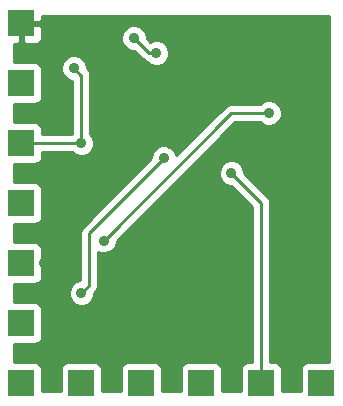
<source format=gbl>
G04 #@! TF.FileFunction,Copper,L2,Bot,Signal*
%FSLAX46Y46*%
G04 Gerber Fmt 4.6, Leading zero omitted, Abs format (unit mm)*
G04 Created by KiCad (PCBNEW 0.201412131231+5320~19~ubuntu14.04.1-product) date Mon 15 Dec 2014 13:13:02 AEDT*
%MOMM*%
G01*
G04 APERTURE LIST*
%ADD10C,0.100000*%
%ADD11R,2.235200X2.235200*%
%ADD12C,0.889000*%
%ADD13C,0.254000*%
G04 APERTURE END LIST*
D10*
D11*
X125095000Y-101600000D03*
X150495000Y-127000000D03*
X125095000Y-96520000D03*
X130175000Y-127000000D03*
X135255000Y-127000000D03*
X140335000Y-127000000D03*
X125095000Y-116840000D03*
X125095000Y-106680000D03*
X125095000Y-111760000D03*
X125095000Y-127000000D03*
X125095000Y-121920000D03*
X145415000Y-127000000D03*
D12*
X146050000Y-104140000D03*
X132080000Y-114935000D03*
X142875000Y-109220000D03*
X129540000Y-100330000D03*
X130175000Y-106680000D03*
X130175000Y-119380000D03*
X137160000Y-107950000D03*
X136525000Y-99060000D03*
X134620000Y-97790000D03*
X138430000Y-120650000D03*
X137160000Y-114935000D03*
X132715000Y-110490000D03*
X135255000Y-105410000D03*
X147955000Y-111125000D03*
X149860000Y-123825000D03*
X146685000Y-123190000D03*
X144145000Y-122555000D03*
X140335000Y-122555000D03*
X127000000Y-116840000D03*
X133985000Y-99060000D03*
X130175000Y-96520000D03*
X135255000Y-102870000D03*
D13*
X142875000Y-104140000D02*
X146050000Y-104140000D01*
X132080000Y-114935000D02*
X142875000Y-104140000D01*
X145415000Y-111760000D02*
X145415000Y-127000000D01*
X142875000Y-109220000D02*
X145415000Y-111760000D01*
X130175000Y-100965000D02*
X130175000Y-106680000D01*
X129540000Y-100330000D02*
X130175000Y-100965000D01*
X130175000Y-106680000D02*
X125095000Y-106680000D01*
X130810000Y-118745000D02*
X130175000Y-119380000D01*
X130810000Y-114300000D02*
X130810000Y-118745000D01*
X137160000Y-107950000D02*
X130810000Y-114300000D01*
X135890000Y-99060000D02*
X136525000Y-99060000D01*
X134620000Y-97790000D02*
X135890000Y-99060000D01*
X138430000Y-116205000D02*
X138430000Y-120650000D01*
X137160000Y-114935000D02*
X138430000Y-116205000D01*
X132715000Y-107950000D02*
X132715000Y-110490000D01*
X135255000Y-105410000D02*
X132715000Y-107950000D01*
X146685000Y-123190000D02*
X146685000Y-113665000D01*
X147955000Y-112395000D02*
X147955000Y-111125000D01*
X146685000Y-113665000D02*
X147955000Y-112395000D01*
X147320000Y-123825000D02*
X149860000Y-123825000D01*
X146685000Y-123190000D02*
X147320000Y-123825000D01*
X140335000Y-122555000D02*
X144145000Y-122555000D01*
X129540000Y-122555000D02*
X140335000Y-122555000D01*
X128270000Y-121285000D02*
X129540000Y-122555000D01*
X128270000Y-118110000D02*
X128270000Y-121285000D01*
X127000000Y-116840000D02*
X128270000Y-118110000D01*
X130810000Y-98425000D02*
X133350000Y-98425000D01*
X133350000Y-98425000D02*
X133985000Y-99060000D01*
X128905000Y-96520000D02*
X130175000Y-96520000D01*
X128905000Y-96520000D02*
X125095000Y-96520000D01*
X135255000Y-102870000D02*
X130810000Y-98425000D01*
X130810000Y-98425000D02*
X128905000Y-96520000D01*
G36*
X151125000Y-125234960D02*
X149377400Y-125234960D01*
X149135277Y-125281937D01*
X148922473Y-125421727D01*
X148780023Y-125632760D01*
X148729960Y-125882400D01*
X148729960Y-127630000D01*
X147180040Y-127630000D01*
X147180040Y-125882400D01*
X147133063Y-125640277D01*
X147129687Y-125635137D01*
X147129687Y-103926216D01*
X146965689Y-103529311D01*
X146662286Y-103225378D01*
X146265668Y-103060687D01*
X145836216Y-103060313D01*
X145439311Y-103224311D01*
X145285353Y-103378000D01*
X142875000Y-103378000D01*
X142583395Y-103436004D01*
X142336184Y-103601185D01*
X138228420Y-107708948D01*
X138075689Y-107339311D01*
X137772286Y-107035378D01*
X137604687Y-106965784D01*
X137604687Y-98846216D01*
X137440689Y-98449311D01*
X137137286Y-98145378D01*
X136740668Y-97980687D01*
X136311216Y-97980313D01*
X136011700Y-98104070D01*
X135699499Y-97791868D01*
X135699687Y-97576216D01*
X135535689Y-97179311D01*
X135232286Y-96875378D01*
X134835668Y-96710687D01*
X134406216Y-96710313D01*
X134009311Y-96874311D01*
X133705378Y-97177714D01*
X133540687Y-97574332D01*
X133540313Y-98003784D01*
X133704311Y-98400689D01*
X134007714Y-98704622D01*
X134404332Y-98869313D01*
X134621872Y-98869502D01*
X135351184Y-99598815D01*
X135351185Y-99598815D01*
X135598395Y-99763996D01*
X135728237Y-99789823D01*
X135912714Y-99974622D01*
X136309332Y-100139313D01*
X136738784Y-100139687D01*
X137135689Y-99975689D01*
X137439622Y-99672286D01*
X137604313Y-99275668D01*
X137604687Y-98846216D01*
X137604687Y-106965784D01*
X137375668Y-106870687D01*
X136946216Y-106870313D01*
X136549311Y-107034311D01*
X136245378Y-107337714D01*
X136080687Y-107734332D01*
X136080497Y-107951872D01*
X130271185Y-113761185D01*
X130106004Y-114008395D01*
X130048000Y-114300000D01*
X130048000Y-118300388D01*
X129961216Y-118300313D01*
X129564311Y-118464311D01*
X129260378Y-118767714D01*
X129095687Y-119164332D01*
X129095313Y-119593784D01*
X129259311Y-119990689D01*
X129562714Y-120294622D01*
X129959332Y-120459313D01*
X130388784Y-120459687D01*
X130785689Y-120295689D01*
X131089622Y-119992286D01*
X131254313Y-119595668D01*
X131254502Y-119378128D01*
X131348815Y-119283815D01*
X131348816Y-119283815D01*
X131447834Y-119135623D01*
X131513996Y-119036605D01*
X131513996Y-119036604D01*
X131572000Y-118745000D01*
X131572000Y-115892925D01*
X131864332Y-116014313D01*
X132293784Y-116014687D01*
X132690689Y-115850689D01*
X132994622Y-115547286D01*
X133159313Y-115150668D01*
X133159502Y-114933127D01*
X143190630Y-104902000D01*
X145285358Y-104902000D01*
X145437714Y-105054622D01*
X145834332Y-105219313D01*
X146263784Y-105219687D01*
X146660689Y-105055689D01*
X146964622Y-104752286D01*
X147129313Y-104355668D01*
X147129687Y-103926216D01*
X147129687Y-125635137D01*
X146993273Y-125427473D01*
X146782240Y-125285023D01*
X146532600Y-125234960D01*
X146177000Y-125234960D01*
X146177000Y-111760000D01*
X146118996Y-111468395D01*
X145953815Y-111221185D01*
X145953815Y-111221184D01*
X143954499Y-109221868D01*
X143954687Y-109006216D01*
X143790689Y-108609311D01*
X143487286Y-108305378D01*
X143090668Y-108140687D01*
X142661216Y-108140313D01*
X142264311Y-108304311D01*
X141960378Y-108607714D01*
X141795687Y-109004332D01*
X141795313Y-109433784D01*
X141959311Y-109830689D01*
X142262714Y-110134622D01*
X142659332Y-110299313D01*
X142876872Y-110299502D01*
X144653000Y-112075630D01*
X144653000Y-125234960D01*
X144297400Y-125234960D01*
X144055277Y-125281937D01*
X143842473Y-125421727D01*
X143700023Y-125632760D01*
X143649960Y-125882400D01*
X143649960Y-127630000D01*
X142100040Y-127630000D01*
X142100040Y-125882400D01*
X142053063Y-125640277D01*
X141913273Y-125427473D01*
X141702240Y-125285023D01*
X141452600Y-125234960D01*
X139217400Y-125234960D01*
X138975277Y-125281937D01*
X138762473Y-125421727D01*
X138620023Y-125632760D01*
X138569960Y-125882400D01*
X138569960Y-127630000D01*
X137020040Y-127630000D01*
X137020040Y-125882400D01*
X136973063Y-125640277D01*
X136833273Y-125427473D01*
X136622240Y-125285023D01*
X136372600Y-125234960D01*
X134137400Y-125234960D01*
X133895277Y-125281937D01*
X133682473Y-125421727D01*
X133540023Y-125632760D01*
X133489960Y-125882400D01*
X133489960Y-127630000D01*
X131940040Y-127630000D01*
X131940040Y-125882400D01*
X131893063Y-125640277D01*
X131753273Y-125427473D01*
X131542240Y-125285023D01*
X131292600Y-125234960D01*
X129057400Y-125234960D01*
X128815277Y-125281937D01*
X128602473Y-125421727D01*
X128460023Y-125632760D01*
X128409960Y-125882400D01*
X128409960Y-127630000D01*
X126860040Y-127630000D01*
X126860040Y-125882400D01*
X126813063Y-125640277D01*
X126673273Y-125427473D01*
X126462240Y-125285023D01*
X126212600Y-125234960D01*
X124465000Y-125234960D01*
X124465000Y-123685040D01*
X126212600Y-123685040D01*
X126454723Y-123638063D01*
X126667527Y-123498273D01*
X126809977Y-123287240D01*
X126860040Y-123037600D01*
X126860040Y-120802400D01*
X126813063Y-120560277D01*
X126673273Y-120347473D01*
X126462240Y-120205023D01*
X126212600Y-120154960D01*
X124465000Y-120154960D01*
X124465000Y-118605040D01*
X126212600Y-118605040D01*
X126454723Y-118558063D01*
X126667527Y-118418273D01*
X126809977Y-118207240D01*
X126860040Y-117957600D01*
X126860040Y-115722400D01*
X126813063Y-115480277D01*
X126673273Y-115267473D01*
X126462240Y-115125023D01*
X126212600Y-115074960D01*
X124465000Y-115074960D01*
X124465000Y-113525040D01*
X126212600Y-113525040D01*
X126454723Y-113478063D01*
X126667527Y-113338273D01*
X126809977Y-113127240D01*
X126860040Y-112877600D01*
X126860040Y-110642400D01*
X126813063Y-110400277D01*
X126673273Y-110187473D01*
X126462240Y-110045023D01*
X126212600Y-109994960D01*
X124465000Y-109994960D01*
X124465000Y-108445040D01*
X126212600Y-108445040D01*
X126454723Y-108398063D01*
X126667527Y-108258273D01*
X126809977Y-108047240D01*
X126860040Y-107797600D01*
X126860040Y-107442000D01*
X129410358Y-107442000D01*
X129562714Y-107594622D01*
X129959332Y-107759313D01*
X130388784Y-107759687D01*
X130785689Y-107595689D01*
X131089622Y-107292286D01*
X131254313Y-106895668D01*
X131254687Y-106466216D01*
X131090689Y-106069311D01*
X130937000Y-105915353D01*
X130937000Y-100965000D01*
X130878996Y-100673396D01*
X130878996Y-100673395D01*
X130812834Y-100574376D01*
X130713816Y-100426185D01*
X130619499Y-100331868D01*
X130619687Y-100116216D01*
X130455689Y-99719311D01*
X130152286Y-99415378D01*
X129755668Y-99250687D01*
X129326216Y-99250313D01*
X128929311Y-99414311D01*
X128625378Y-99717714D01*
X128460687Y-100114332D01*
X128460313Y-100543784D01*
X128624311Y-100940689D01*
X128927714Y-101244622D01*
X129324332Y-101409313D01*
X129413000Y-101409390D01*
X129413000Y-105915358D01*
X129410353Y-105918000D01*
X126860040Y-105918000D01*
X126860040Y-105562400D01*
X126813063Y-105320277D01*
X126673273Y-105107473D01*
X126462240Y-104965023D01*
X126212600Y-104914960D01*
X124465000Y-104914960D01*
X124465000Y-103365040D01*
X126212600Y-103365040D01*
X126454723Y-103318063D01*
X126667527Y-103178273D01*
X126809977Y-102967240D01*
X126860040Y-102717600D01*
X126860040Y-100482400D01*
X126847600Y-100418283D01*
X126847600Y-97763910D01*
X126847600Y-97511291D01*
X126847600Y-96805750D01*
X126688850Y-96647000D01*
X125222000Y-96647000D01*
X125222000Y-98113850D01*
X125380750Y-98272600D01*
X126338909Y-98272600D01*
X126572298Y-98175927D01*
X126750927Y-97997299D01*
X126847600Y-97763910D01*
X126847600Y-100418283D01*
X126813063Y-100240277D01*
X126673273Y-100027473D01*
X126462240Y-99885023D01*
X126212600Y-99834960D01*
X124465000Y-99834960D01*
X124465000Y-98272600D01*
X124809250Y-98272600D01*
X124968000Y-98113850D01*
X124968000Y-96647000D01*
X124948000Y-96647000D01*
X124948000Y-96393000D01*
X124968000Y-96393000D01*
X124968000Y-96373000D01*
X125222000Y-96373000D01*
X125222000Y-96393000D01*
X126688850Y-96393000D01*
X126847600Y-96234250D01*
X126847600Y-95890000D01*
X151125000Y-95890000D01*
X151125000Y-125234960D01*
X151125000Y-125234960D01*
G37*
X151125000Y-125234960D02*
X149377400Y-125234960D01*
X149135277Y-125281937D01*
X148922473Y-125421727D01*
X148780023Y-125632760D01*
X148729960Y-125882400D01*
X148729960Y-127630000D01*
X147180040Y-127630000D01*
X147180040Y-125882400D01*
X147133063Y-125640277D01*
X147129687Y-125635137D01*
X147129687Y-103926216D01*
X146965689Y-103529311D01*
X146662286Y-103225378D01*
X146265668Y-103060687D01*
X145836216Y-103060313D01*
X145439311Y-103224311D01*
X145285353Y-103378000D01*
X142875000Y-103378000D01*
X142583395Y-103436004D01*
X142336184Y-103601185D01*
X138228420Y-107708948D01*
X138075689Y-107339311D01*
X137772286Y-107035378D01*
X137604687Y-106965784D01*
X137604687Y-98846216D01*
X137440689Y-98449311D01*
X137137286Y-98145378D01*
X136740668Y-97980687D01*
X136311216Y-97980313D01*
X136011700Y-98104070D01*
X135699499Y-97791868D01*
X135699687Y-97576216D01*
X135535689Y-97179311D01*
X135232286Y-96875378D01*
X134835668Y-96710687D01*
X134406216Y-96710313D01*
X134009311Y-96874311D01*
X133705378Y-97177714D01*
X133540687Y-97574332D01*
X133540313Y-98003784D01*
X133704311Y-98400689D01*
X134007714Y-98704622D01*
X134404332Y-98869313D01*
X134621872Y-98869502D01*
X135351184Y-99598815D01*
X135351185Y-99598815D01*
X135598395Y-99763996D01*
X135728237Y-99789823D01*
X135912714Y-99974622D01*
X136309332Y-100139313D01*
X136738784Y-100139687D01*
X137135689Y-99975689D01*
X137439622Y-99672286D01*
X137604313Y-99275668D01*
X137604687Y-98846216D01*
X137604687Y-106965784D01*
X137375668Y-106870687D01*
X136946216Y-106870313D01*
X136549311Y-107034311D01*
X136245378Y-107337714D01*
X136080687Y-107734332D01*
X136080497Y-107951872D01*
X130271185Y-113761185D01*
X130106004Y-114008395D01*
X130048000Y-114300000D01*
X130048000Y-118300388D01*
X129961216Y-118300313D01*
X129564311Y-118464311D01*
X129260378Y-118767714D01*
X129095687Y-119164332D01*
X129095313Y-119593784D01*
X129259311Y-119990689D01*
X129562714Y-120294622D01*
X129959332Y-120459313D01*
X130388784Y-120459687D01*
X130785689Y-120295689D01*
X131089622Y-119992286D01*
X131254313Y-119595668D01*
X131254502Y-119378128D01*
X131348815Y-119283815D01*
X131348816Y-119283815D01*
X131447834Y-119135623D01*
X131513996Y-119036605D01*
X131513996Y-119036604D01*
X131572000Y-118745000D01*
X131572000Y-115892925D01*
X131864332Y-116014313D01*
X132293784Y-116014687D01*
X132690689Y-115850689D01*
X132994622Y-115547286D01*
X133159313Y-115150668D01*
X133159502Y-114933127D01*
X143190630Y-104902000D01*
X145285358Y-104902000D01*
X145437714Y-105054622D01*
X145834332Y-105219313D01*
X146263784Y-105219687D01*
X146660689Y-105055689D01*
X146964622Y-104752286D01*
X147129313Y-104355668D01*
X147129687Y-103926216D01*
X147129687Y-125635137D01*
X146993273Y-125427473D01*
X146782240Y-125285023D01*
X146532600Y-125234960D01*
X146177000Y-125234960D01*
X146177000Y-111760000D01*
X146118996Y-111468395D01*
X145953815Y-111221185D01*
X145953815Y-111221184D01*
X143954499Y-109221868D01*
X143954687Y-109006216D01*
X143790689Y-108609311D01*
X143487286Y-108305378D01*
X143090668Y-108140687D01*
X142661216Y-108140313D01*
X142264311Y-108304311D01*
X141960378Y-108607714D01*
X141795687Y-109004332D01*
X141795313Y-109433784D01*
X141959311Y-109830689D01*
X142262714Y-110134622D01*
X142659332Y-110299313D01*
X142876872Y-110299502D01*
X144653000Y-112075630D01*
X144653000Y-125234960D01*
X144297400Y-125234960D01*
X144055277Y-125281937D01*
X143842473Y-125421727D01*
X143700023Y-125632760D01*
X143649960Y-125882400D01*
X143649960Y-127630000D01*
X142100040Y-127630000D01*
X142100040Y-125882400D01*
X142053063Y-125640277D01*
X141913273Y-125427473D01*
X141702240Y-125285023D01*
X141452600Y-125234960D01*
X139217400Y-125234960D01*
X138975277Y-125281937D01*
X138762473Y-125421727D01*
X138620023Y-125632760D01*
X138569960Y-125882400D01*
X138569960Y-127630000D01*
X137020040Y-127630000D01*
X137020040Y-125882400D01*
X136973063Y-125640277D01*
X136833273Y-125427473D01*
X136622240Y-125285023D01*
X136372600Y-125234960D01*
X134137400Y-125234960D01*
X133895277Y-125281937D01*
X133682473Y-125421727D01*
X133540023Y-125632760D01*
X133489960Y-125882400D01*
X133489960Y-127630000D01*
X131940040Y-127630000D01*
X131940040Y-125882400D01*
X131893063Y-125640277D01*
X131753273Y-125427473D01*
X131542240Y-125285023D01*
X131292600Y-125234960D01*
X129057400Y-125234960D01*
X128815277Y-125281937D01*
X128602473Y-125421727D01*
X128460023Y-125632760D01*
X128409960Y-125882400D01*
X128409960Y-127630000D01*
X126860040Y-127630000D01*
X126860040Y-125882400D01*
X126813063Y-125640277D01*
X126673273Y-125427473D01*
X126462240Y-125285023D01*
X126212600Y-125234960D01*
X124465000Y-125234960D01*
X124465000Y-123685040D01*
X126212600Y-123685040D01*
X126454723Y-123638063D01*
X126667527Y-123498273D01*
X126809977Y-123287240D01*
X126860040Y-123037600D01*
X126860040Y-120802400D01*
X126813063Y-120560277D01*
X126673273Y-120347473D01*
X126462240Y-120205023D01*
X126212600Y-120154960D01*
X124465000Y-120154960D01*
X124465000Y-118605040D01*
X126212600Y-118605040D01*
X126454723Y-118558063D01*
X126667527Y-118418273D01*
X126809977Y-118207240D01*
X126860040Y-117957600D01*
X126860040Y-115722400D01*
X126813063Y-115480277D01*
X126673273Y-115267473D01*
X126462240Y-115125023D01*
X126212600Y-115074960D01*
X124465000Y-115074960D01*
X124465000Y-113525040D01*
X126212600Y-113525040D01*
X126454723Y-113478063D01*
X126667527Y-113338273D01*
X126809977Y-113127240D01*
X126860040Y-112877600D01*
X126860040Y-110642400D01*
X126813063Y-110400277D01*
X126673273Y-110187473D01*
X126462240Y-110045023D01*
X126212600Y-109994960D01*
X124465000Y-109994960D01*
X124465000Y-108445040D01*
X126212600Y-108445040D01*
X126454723Y-108398063D01*
X126667527Y-108258273D01*
X126809977Y-108047240D01*
X126860040Y-107797600D01*
X126860040Y-107442000D01*
X129410358Y-107442000D01*
X129562714Y-107594622D01*
X129959332Y-107759313D01*
X130388784Y-107759687D01*
X130785689Y-107595689D01*
X131089622Y-107292286D01*
X131254313Y-106895668D01*
X131254687Y-106466216D01*
X131090689Y-106069311D01*
X130937000Y-105915353D01*
X130937000Y-100965000D01*
X130878996Y-100673396D01*
X130878996Y-100673395D01*
X130812834Y-100574376D01*
X130713816Y-100426185D01*
X130619499Y-100331868D01*
X130619687Y-100116216D01*
X130455689Y-99719311D01*
X130152286Y-99415378D01*
X129755668Y-99250687D01*
X129326216Y-99250313D01*
X128929311Y-99414311D01*
X128625378Y-99717714D01*
X128460687Y-100114332D01*
X128460313Y-100543784D01*
X128624311Y-100940689D01*
X128927714Y-101244622D01*
X129324332Y-101409313D01*
X129413000Y-101409390D01*
X129413000Y-105915358D01*
X129410353Y-105918000D01*
X126860040Y-105918000D01*
X126860040Y-105562400D01*
X126813063Y-105320277D01*
X126673273Y-105107473D01*
X126462240Y-104965023D01*
X126212600Y-104914960D01*
X124465000Y-104914960D01*
X124465000Y-103365040D01*
X126212600Y-103365040D01*
X126454723Y-103318063D01*
X126667527Y-103178273D01*
X126809977Y-102967240D01*
X126860040Y-102717600D01*
X126860040Y-100482400D01*
X126847600Y-100418283D01*
X126847600Y-97763910D01*
X126847600Y-97511291D01*
X126847600Y-96805750D01*
X126688850Y-96647000D01*
X125222000Y-96647000D01*
X125222000Y-98113850D01*
X125380750Y-98272600D01*
X126338909Y-98272600D01*
X126572298Y-98175927D01*
X126750927Y-97997299D01*
X126847600Y-97763910D01*
X126847600Y-100418283D01*
X126813063Y-100240277D01*
X126673273Y-100027473D01*
X126462240Y-99885023D01*
X126212600Y-99834960D01*
X124465000Y-99834960D01*
X124465000Y-98272600D01*
X124809250Y-98272600D01*
X124968000Y-98113850D01*
X124968000Y-96647000D01*
X124948000Y-96647000D01*
X124948000Y-96393000D01*
X124968000Y-96393000D01*
X124968000Y-96373000D01*
X125222000Y-96373000D01*
X125222000Y-96393000D01*
X126688850Y-96393000D01*
X126847600Y-96234250D01*
X126847600Y-95890000D01*
X151125000Y-95890000D01*
X151125000Y-125234960D01*
M02*

</source>
